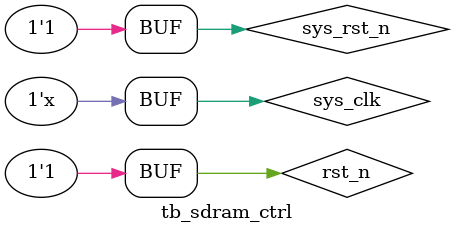
<source format=v>
`timescale  1ns/1ns


module  tb_sdram_ctrl();



//wire define
//clk_gen
wire            rst_n           ;   //复位信号,低有效
//sdram
wire            sdram_cke       ;   //SDRAM时钟使能信号
wire            sdram_cs_n      ;   //SDRAM片选信号
wire            sdram_ras_n     ;   //SDRAM行选通信号
wire            sdram_cas_n     ;   //SDRAM列选题信号
wire            sdram_we_n      ;   //SDRAM写使能信号
wire    [1:0]   sdram_ba        ;   //SDRAM L-Bank地址
wire    [12:0]  sdram_addr      ;   //SDRAM地址总线
wire    [15:0]  sdram_dq        ;   //SDRAM数据总线
//sdram_ctrl
wire            init_end        ;   //初始化完成信号
wire            sdram_wr_ack    ;   //数据写阶段写响应
wire            sdram_rd_ack    ;   //数据读阶段响应

//reg define
reg             sys_clk         ;   //系统时钟
reg             sys_rst_n       ;   //复位信号
reg             wr_en           ;   //写使能
reg     [15:0]  wr_data_in      ;   //写数据
reg             rd_en           ;   //读使能

//defparam
//重定义仿真模型中的相关参数
defparam sdram_model_plus_inst.addr_bits = 13;          //地址位宽
defparam sdram_model_plus_inst.data_bits = 16;          //数据位宽
defparam sdram_model_plus_inst.col_bits  = 9;           //列地址位宽
defparam sdram_model_plus_inst.mem_sizes = 2*1024*1024; //L-Bank容量



//********************************************************************//
//**************************** Clk And Rst ***************************//
//********************************************************************//

//时钟、复位信号
initial
  begin
    sys_clk     =   1'b1  ;
    sys_rst_n   <=  1'b0  ;
    #200
    sys_rst_n   <=  1'b1  ;
  end

always  #5 sys_clk = ~sys_clk;






//rst_n:复位信号
assign  rst_n = sys_rst_n;

//wr_en：写数据使能
always@(posedge sys_clk or negedge rst_n)
    if(rst_n == 1'b0)
        wr_en   <=  1'b1;
    else    if(wr_data_in == 10'd255)
        wr_en   <=  1'b0;
    else
        wr_en   <=  wr_en;

//wr_data_in:写数据
always@(posedge sys_clk or negedge rst_n)
    if(rst_n == 1'b0)
        wr_data_in  <=  16'd0;
    else    if(wr_data_in == 16'd255)
        wr_data_in  <=  16'd0;
    else    if(sdram_wr_ack == 1'b1)
        wr_data_in  <=  wr_data_in + 1'b1;
    else
        wr_data_in  <=  wr_data_in;

//rd_en:读数据使能
always@(posedge sys_clk or negedge rst_n)
    if(rst_n == 1'b0)
        rd_en   <=  1'b0;
    else    if(wr_en == 1'b0)
        rd_en   <=  1'b1;
    else
        rd_en   <=  rd_en;


wire [15:0]sdram_data_out;

//------------- sdram_ctrl_inst -------------
sdram_ctrl  sdram_ctrl_inst(

    .sys_clk        (sys_clk       ),   //系统时钟
    .sys_rst_n      (rst_n          ),   //复位信号，低电平有效
//SDRAM 控制器写端口
    .sdram_wr_req   (wr_en          ),   //写SDRAM请求信号
    .sdram_wr_addr  (24'h000_000    ),   //SDRAM写操作的地址
    .wr_burst_len   (10'd256         ),   //写sdram时数据突发长度
    .sdram_data_in  (wr_data_in     ),   //写入SDRAM的数据
    .sdram_wr_ack   (sdram_wr_ack   ),   //写SDRAM响应信号
//SDRAM 控制器读端口
    .sdram_rd_req   (rd_en          ),  //读SDRAM请求信号
    .sdram_rd_addr  (24'h000_000    ),  //SDRAM写操作的地址
    .rd_burst_len   (10'd256         ),  //读sdram时数据突发长度
    .sdram_data_out (sdram_data_out ),  //从SDRAM读出的数据
    .init_end       (init_end       ),  //SDRAM 初始化完成标志
    .sdram_rd_ack   (sdram_rd_ack   ),  //读SDRAM响应信号
//FPGA与SDRAM硬件接口
    .sdram_cke      (sdram_cke      ),  // SDRAM 时钟有效信号
    .sdram_cs_n     (sdram_cs_n     ),  // SDRAM 片选信号
    .sdram_ras_n    (sdram_ras_n    ),  // SDRAM 行地址选通脉冲
    .sdram_cas_n    (sdram_cas_n    ),  // SDRAM 列地址选通脉冲
    .sdram_we_n     (sdram_we_n     ),  // SDRAM 写允许位
    .sdram_ba       (sdram_ba       ),  // SDRAM L-Bank地址线
    .sdram_addr     (sdram_addr     ),  // SDRAM 地址总线
    .sdram_dq       (sdram_dq       )   // SDRAM 数据总线

);

//-------------sdram_model_plus_inst-------------
sdram_model_plus    sdram_model_plus_inst(
    .Dq     (sdram_dq       ),
    .Addr   (sdram_addr     ),
    .Ba     (sdram_ba       ),
    .Clk    (sys_clk         ),
    .Cke    (sdram_cke      ),
    .Cs_n   (sdram_cs_n     ),
    .Ras_n  (sdram_ras_n    ),
    .Cas_n  (sdram_cas_n    ),
    .We_n   (sdram_we_n     ),
    .Dqm    (4'b0           ),
    .Debug  (1'b1           )

);

endmodule
</source>
